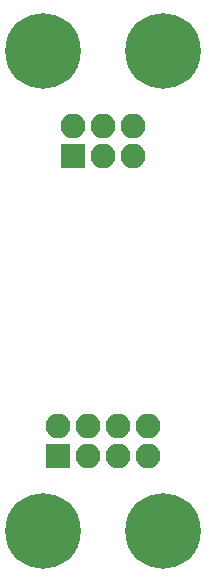
<source format=gbr>
G04 #@! TF.GenerationSoftware,KiCad,Pcbnew,(6.0.0-rc1-dev-205-gc0615c5ef)*
G04 #@! TF.CreationDate,2019-09-06T07:46:29+02:00*
G04 #@! TF.ProjectId,LT3483,4C54333438332E6B696361645F706362,v01*
G04 #@! TF.SameCoordinates,Original*
G04 #@! TF.FileFunction,Soldermask,Bot*
G04 #@! TF.FilePolarity,Negative*
%FSLAX46Y46*%
G04 Gerber Fmt 4.6, Leading zero omitted, Abs format (unit mm)*
G04 Created by KiCad (PCBNEW (6.0.0-rc1-dev-205-gc0615c5ef)) date 09/06/19 07:46:29*
%MOMM*%
%LPD*%
G01*
G04 APERTURE LIST*
%ADD10C,6.400000*%
%ADD11R,2.100000X2.100000*%
%ADD12O,2.100000X2.100000*%
G04 APERTURE END LIST*
D10*
G04 #@! TO.C,MH1*
X172720000Y-132080000D03*
G04 #@! TD*
G04 #@! TO.C,MH2*
X182880000Y-132080000D03*
G04 #@! TD*
G04 #@! TO.C,MH3*
X182880000Y-91440000D03*
G04 #@! TD*
G04 #@! TO.C,MH4*
X172720000Y-91440000D03*
G04 #@! TD*
D11*
G04 #@! TO.C,J1*
X175260000Y-100330000D03*
D12*
X175260000Y-97790000D03*
X177800000Y-100330000D03*
X177800000Y-97790000D03*
X180340000Y-100330000D03*
X180340000Y-97790000D03*
G04 #@! TD*
D11*
G04 #@! TO.C,J2*
X173990000Y-125730000D03*
D12*
X173990000Y-123190000D03*
X176530000Y-125730000D03*
X176530000Y-123190000D03*
X179070000Y-125730000D03*
X179070000Y-123190000D03*
X181610000Y-125730000D03*
X181610000Y-123190000D03*
G04 #@! TD*
M02*

</source>
